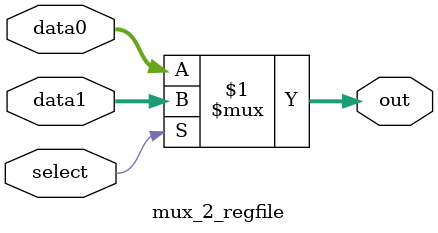
<source format=sv>
module mux_2_regfile (input logic [3:0] data0, data1,
				  input logic select,
				  output logic [3:0] out
);

	assign out = select ? data1 : data0;

endmodule

</source>
